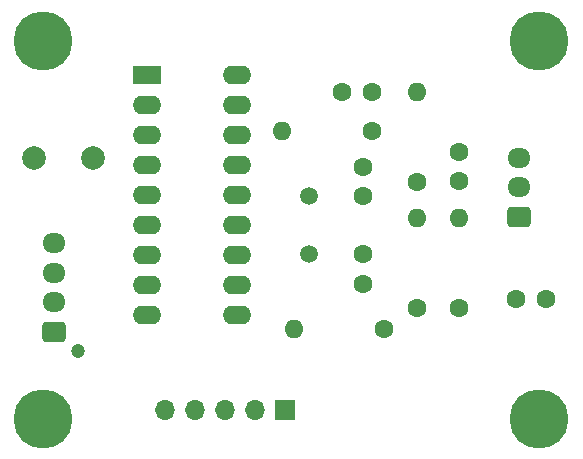
<source format=gbr>
%TF.GenerationSoftware,KiCad,Pcbnew,8.0.8-8.0.8-0~ubuntu22.04.1*%
%TF.CreationDate,2025-01-20T17:27:53+09:00*%
%TF.ProjectId,M252,4d323532-2e6b-4696-9361-645f70636258,rev?*%
%TF.SameCoordinates,Original*%
%TF.FileFunction,Soldermask,Bot*%
%TF.FilePolarity,Negative*%
%FSLAX46Y46*%
G04 Gerber Fmt 4.6, Leading zero omitted, Abs format (unit mm)*
G04 Created by KiCad (PCBNEW 8.0.8-8.0.8-0~ubuntu22.04.1) date 2025-01-20 17:27:53*
%MOMM*%
%LPD*%
G01*
G04 APERTURE LIST*
G04 Aperture macros list*
%AMRoundRect*
0 Rectangle with rounded corners*
0 $1 Rounding radius*
0 $2 $3 $4 $5 $6 $7 $8 $9 X,Y pos of 4 corners*
0 Add a 4 corners polygon primitive as box body*
4,1,4,$2,$3,$4,$5,$6,$7,$8,$9,$2,$3,0*
0 Add four circle primitives for the rounded corners*
1,1,$1+$1,$2,$3*
1,1,$1+$1,$4,$5*
1,1,$1+$1,$6,$7*
1,1,$1+$1,$8,$9*
0 Add four rect primitives between the rounded corners*
20,1,$1+$1,$2,$3,$4,$5,0*
20,1,$1+$1,$4,$5,$6,$7,0*
20,1,$1+$1,$6,$7,$8,$9,0*
20,1,$1+$1,$8,$9,$2,$3,0*%
G04 Aperture macros list end*
%ADD10C,1.200000*%
%ADD11RoundRect,0.250000X0.725000X-0.600000X0.725000X0.600000X-0.725000X0.600000X-0.725000X-0.600000X0*%
%ADD12O,1.950000X1.700000*%
%ADD13C,1.600000*%
%ADD14O,1.600000X1.600000*%
%ADD15C,2.000000*%
%ADD16C,5.000000*%
%ADD17R,2.400000X1.600000*%
%ADD18O,2.400000X1.600000*%
%ADD19C,1.500000*%
%ADD20R,1.700000X1.700000*%
%ADD21O,1.700000X1.700000*%
G04 APERTURE END LIST*
D10*
%TO.C,J101*%
X106902000Y-90246000D03*
D11*
X104902000Y-88646000D03*
D12*
X104902000Y-86146000D03*
X104902000Y-83646000D03*
X104902000Y-81146000D03*
%TD*%
D13*
%TO.C,R101*%
X135620000Y-75990000D03*
D14*
X135620000Y-68370000D03*
%TD*%
D13*
%TO.C,C102*%
X131064000Y-82082000D03*
X131064000Y-84582000D03*
%TD*%
D15*
%TO.C,SW101*%
X108204000Y-73914000D03*
X103204000Y-73914000D03*
%TD*%
D16*
%TO.C,REF\u002A\u002A*%
X104000000Y-96000000D03*
%TD*%
D13*
%TO.C,R104*%
X139192000Y-86614000D03*
D14*
X139192000Y-78994000D03*
%TD*%
D16*
%TO.C,REF\u002A\u002A*%
X104000000Y-64000000D03*
%TD*%
D13*
%TO.C,R105*%
X132810000Y-88417400D03*
D14*
X125190000Y-88417400D03*
%TD*%
D17*
%TO.C,IC101*%
X112776000Y-66929000D03*
D18*
X112776000Y-69469000D03*
X112776000Y-72009000D03*
X112776000Y-74549000D03*
X112776000Y-77089000D03*
X112776000Y-79629000D03*
X112776000Y-82169000D03*
X112776000Y-84709000D03*
X112776000Y-87249000D03*
X120396000Y-87249000D03*
X120396000Y-84709000D03*
X120396000Y-82169000D03*
X120396000Y-79629000D03*
X120396000Y-77089000D03*
X120396000Y-74549000D03*
X120396000Y-72009000D03*
X120396000Y-69469000D03*
X120396000Y-66929000D03*
%TD*%
D13*
%TO.C,C101*%
X146538000Y-85852000D03*
X144038000Y-85852000D03*
%TD*%
D19*
%TO.C,Q101*%
X126492000Y-77162000D03*
X126492000Y-82042000D03*
%TD*%
D13*
%TO.C,R103*%
X131826000Y-71628000D03*
D14*
X124206000Y-71628000D03*
%TD*%
D13*
%TO.C,C104*%
X131806000Y-68326000D03*
X129306000Y-68326000D03*
%TD*%
D20*
%TO.C,J102*%
X124420000Y-95250000D03*
D21*
X121880000Y-95250000D03*
X119340000Y-95250000D03*
X116800000Y-95250000D03*
X114260000Y-95250000D03*
%TD*%
D13*
%TO.C,C105*%
X139192000Y-73426000D03*
X139192000Y-75926000D03*
%TD*%
D16*
%TO.C,REF\u002A\u002A*%
X146000000Y-64000000D03*
%TD*%
D13*
%TO.C,R102*%
X135625000Y-86620000D03*
D14*
X135625000Y-79000000D03*
%TD*%
D11*
%TO.C,J103*%
X144304000Y-78918000D03*
D12*
X144304000Y-76418000D03*
X144304000Y-73918000D03*
%TD*%
D16*
%TO.C,REF\u002A\u002A*%
X146000000Y-96000000D03*
%TD*%
D13*
%TO.C,C103*%
X131038600Y-77165200D03*
X131038600Y-74665200D03*
%TD*%
M02*

</source>
